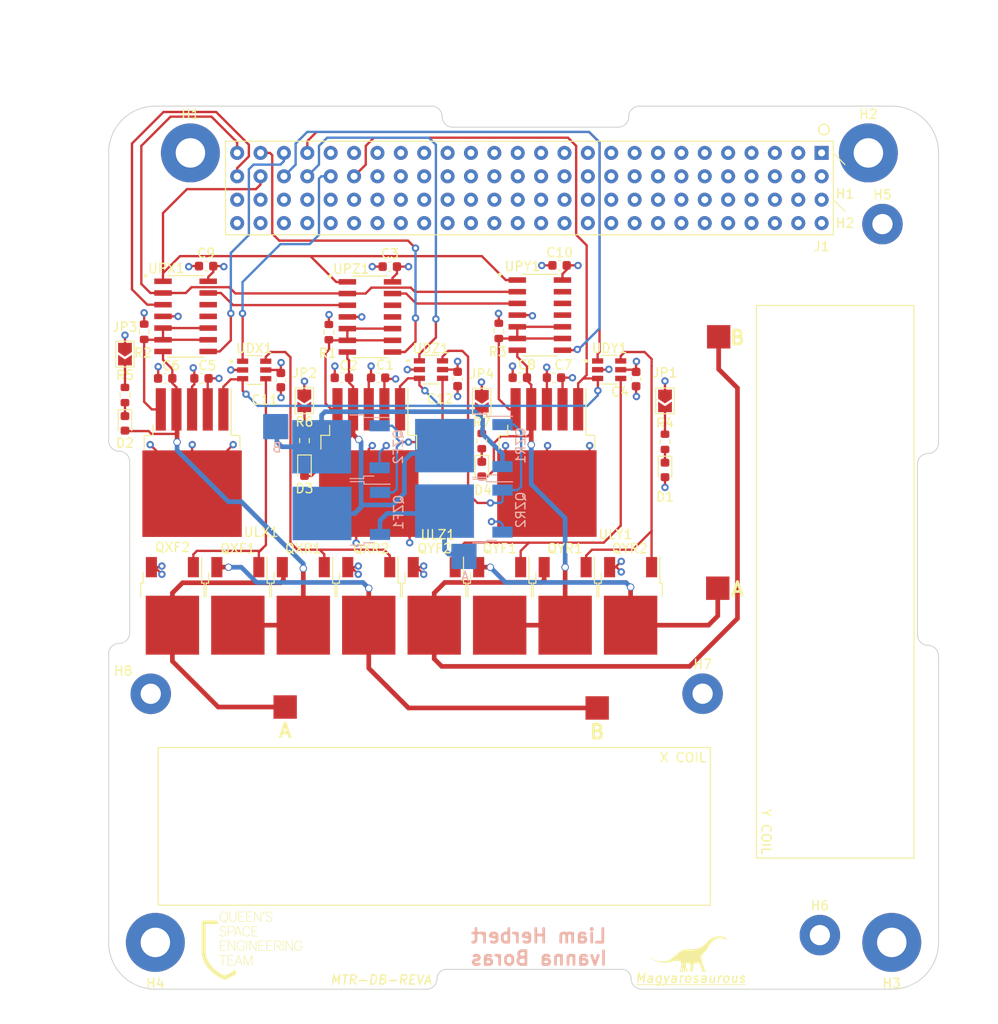
<source format=kicad_pcb>
(kicad_pcb (version 20211014) (generator pcbnew)
  (layers (0 "F.Cu" signal) (1 "In1.Cu" signal "GND.Cu") (2 "In2.Cu" signal "5V.Cu") (31 "B.Cu" signal) (34 "B.Paste" user) (35 "F.Paste" user) (36 "B.SilkS" user "B.Silkscreen") (37 "F.SilkS" user "F.Silkscreen") (38 "B.Mask" user) (39 "F.Mask" user) (44 "Edge.Cuts" user))
  (net 0 "")
  (net 85 "5V")
  (net 86 "GND")
  (net 87 "X_VCOIL")
  (net 88 "Y_VCOIL")
  (net 89 "Z_VCOIL")
  (net 90 "X_COIL_A")
  (net 91 "X_FWD")
  (net 92 "X_COIL_B")
  (net 93 "X_REV")
  (net 94 "Y_COIL_A")
  (net 95 "Y_FWD")
  (net 96 "Y_COIL_B")
  (net 97 "Y_REV")
  (net 98 "Z_COIL_A")
  (net 99 "Z_FWD")
  (net 100 "Z_COIL_B")
  (net 101 "Z_REV")
  (net 102 "X_VADJ")
  (net 103 "Y_VADJ")
  (net 104 "Z_VADJ")
  (net 105 "X_S")
  (net 106 "Enable")
  (net 107 "Y_S")
  (net 108 "Z_S")
  (net 109 "SS")
  (net 110 "SCK")
  (net 111 "SPI")
  (net 112 "X_VCON")
  (net 115 "X_SO")
  (net 116 "Y_VCON")
  (net 117 "Z_VCON")
  (net 126 "Z_SO")
  (net 130 "Net-(D1-Pad1)")
  (net 131 "Net-(D2-Pad1)")
  (net 132 "Net-(D3-Pad1)")
  (net 133 "Net-(D4-Pad1)")
  (net 134 "Net-(R4-Pad2)")
  (net 135 "Net-(R6-Pad2)")
  (net 136 "Net-(R5-Pad2)")
  (net 137 "Net-(R7-Pad2)")
  (footprint "LED_SMD:LED_0603_1608Metric" (layer "F.Cu") (at 169.672 86.487 -90)
    (fp_text reference "D1")
    (fp_text value "ORANGE")
  )
  (footprint "LED_SMD:LED_0603_1608Metric" (layer "F.Cu") (at 110.998 81.4325 -90)
    (fp_text reference "D2")
    (fp_text value "ORANGE")
  )
  (footprint "SN74LVC1G18DBVR:SOT95P280X145-6N" (layer "F.Cu") (at 125.041 75.638)
    (fp_text reference "UDX1")
    (fp_text value "SN74LVC1G18DBVR")
  )
  (footprint "Capacitor_SMD:C_0603_1608Metric" (layer "F.Cu") (at 119.307 76.55 180)
    (fp_text reference "C5")
    (fp_text value "0.1u")
  )
  (footprint "Capacitor_SMD:C_0603_1608Metric" (layer "F.Cu") (at 166.53 76.625 -90)
    (fp_text reference "C4")
    (fp_text value "0.1u")
  )
  (footprint "Package_TO_SOT_SMD:TO-252-2" (layer "F.Cu") (at 165.935 101.25 -90)
    (fp_text reference "QYR2")
    (fp_text value "IRLR120N")
  )
  (footprint "MountingHole:MountingHole_3.2mm_M3_Pad_TopBottom" (layer "F.Cu") (at 191.77 52.07)
    (fp_text reference "H2")
    (fp_text value "MountingHole_Pad")
  )
  (footprint "Package_TO_SOT_SMD:TO-252-2" (layer "F.Cu") (at 116.151 101.25 -90)
    (fp_text reference "QXF2")
    (fp_text value "IRLR120N")
  )
  (footprint "Package_TO_SOT_SMD:TO-263-5_TabPin3" (layer "F.Cu") (at 118.291 85.694 -90)
    (fp_text reference "ULX1")
    (fp_text value "MIC29302WU")
  )
  (footprint "Jumper:SolderJumper-2_P1.3mm_Open_TrianglePad1.0x1.5mm" (layer "F.Cu") (at 149.766 79.037 -90)
    (fp_text reference "JP4")
    (fp_text value "SolderJumper_2_Open")
  )
  (footprint "MountingHole:MountingHole_2.2mm_M2_Pad_TopBottom" (layer "F.Cu") (at 113.8 110.8)
    (fp_text reference "H8")
    (fp_text value "MountingHole_Pad")
  )
  (footprint "Package_TO_SOT_SMD:TO-252-2" (layer "F.Cu") (at 151.711 101.25 -90)
    (fp_text reference "QYF1")
    (fp_text value "IRLR120N")
  )
  (footprint "MountingHole:MountingHole_2.2mm_M2_Pad_TopBottom" (layer "F.Cu") (at 173.76 110.79)
    (fp_text reference "H7")
    (fp_text value "MountingHole_Pad")
  )
  (footprint "Resistor_SMD:R_0603_1608Metric" (layer "F.Cu") (at 133.15 71.525 -90)
    (fp_text reference "R1")
    (fp_text value "100k")
  )
  (footprint "MountingHole:MountingHole_3.2mm_M3_Pad_TopBottom" (layer "F.Cu") (at 118.11 52.07)
    (fp_text reference "H1")
    (fp_text value "MountingHole_Pad")
  )
  (footprint "SN74LVC1G18DBVR:SOT95P280X145-6N" (layer "F.Cu") (at 144.2465 75.596)
    (fp_text reference "UDZ1")
    (fp_text value "SN74LVC1G18DBVR")
  )
  (footprint "Package_TO_SOT_SMD:TO-252-2" (layer "F.Cu") (at 123.263 101.25 -90)
    (fp_text reference "QXF1")
    (fp_text value "IRLR120N")
  )
  (footprint "Capacitor_SMD:C_0603_1608Metric" (layer "F.Cu") (at 127.9335 76.739 -90)
    (fp_text reference "C11")
    (fp_text value "0.1u")
  )
  (footprint "Package_TO_SOT_SMD:TO-252-2" (layer "F.Cu") (at 158.823 101.25 -90)
    (fp_text reference "QYR1")
    (fp_text value "IRLR120N")
  )
  (footprint "Package_TO_SOT_SMD:TO-252-2" (layer "F.Cu") (at 130.375 101.25 -90)
    (fp_text reference "QXR1")
    (fp_text value "IRLR120N")
  )
  (footprint "MountingHole:MountingHole_2.2mm_M2_Pad_TopBottom" (layer "F.Cu") (at 193.3 59.8)
    (fp_text reference "H5")
    (fp_text value "MountingHole_Pad")
  )
  (footprint "MountingHole:MountingHole_3.2mm_M3_Pad_TopBottom" (layer "F.Cu") (at 114.3 137.795)
    (fp_text reference "H4")
    (fp_text value "MountingHole_Pad")
  )
  (footprint "Package_TO_SOT_SMD:TO-263-5_TabPin3" (layer "F.Cu") (at 156.84 85.683 -90)
    (fp_text reference "ULY1")
    (fp_text value "MIC29302WU")
  )
  (footprint "Capacitor_SMD:C_0603_1608Metric" (layer "F.Cu") (at 153.9 76.473 180)
    (fp_text reference "C8")
    (fp_text value "10u")
  )
  (footprint "MCP42010-E_SL:SOIC127P600X175-14N" (layer "F.Cu") (at 137.614 69.879)
    (fp_text reference "UPZ1")
    (fp_text value "MCP42010")
  )
  (footprint "Capacitor_SMD:C_0603_1608Metric" (layer "F.Cu") (at 119.815 64.358 180)
    (fp_text reference "C9")
    (fp_text value "0.1u")
  )
  (footprint "CoilFootprints:Front Coils Mount" (layer "F.Cu") (at 196.605 63.635 180)
    (fp_text reference "U1")
    (fp_text value "X/Y_Coils")
  )
  (footprint "Package_TO_SOT_SMD:TO-252-2" (layer "F.Cu") (at 137.487 101.25 -90)
    (fp_text reference "QXR2")
    (fp_text value "IRLR120N")
  )
  (footprint "MCP42010-E_SL:SOIC127P600X175-14N" (layer "F.Cu") (at 156.078 69.681)
    (fp_text reference "UPY1")
    (fp_text value "MCP42010")
  )
  (footprint "Capacitor_SMD:C_0603_1608Metric" (layer "F.Cu") (at 115.37 76.55 180)
    (fp_text reference "C6")
    (fp_text value "10u")
  )
  (footprint "Jumper:SolderJumper-2_P1.3mm_Open_TrianglePad1.0x1.5mm" (layer "F.Cu") (at 110.998 73.914 -90)
    (fp_text reference "JP3")
    (fp_text value "SolderJumper_2_Open")
  )
  (footprint "Capacitor_SMD:C_0603_1608Metric" (layer "F.Cu") (at 139.773 64.413 180)
    (fp_text reference "C3")
    (fp_text value "0.1u")
  )
  (footprint "pc104-connector:pc104-connector" (layer "F.Cu") (at 156.21 54.61 -90)
    (fp_text reference "J1")
    (fp_text value "PC104_Connector")
  )
  (footprint "Resistor_SMD:R_0603_1608Metric" (layer "F.Cu") (at 151.614 71.393 -90)
    (fp_text reference "R3")
    (fp_text value "100k")
  )
  (footprint "LED_SMD:LED_0603_1608Metric" (layer "F.Cu") (at 130.502 86.354 -90)
    (fp_text reference "D3")
    (fp_text value "ORANGE")
  )
  (footprint "Capacitor_SMD:C_0603_1608Metric" (layer "F.Cu") (at 158.218 64.281 180)
    (fp_text reference "C10")
    (fp_text value "0.1u")
  )
  (footprint "Capacitor_SMD:C_0603_1608Metric" (layer "F.Cu") (at 157.612 76.473 180)
    (fp_text reference "C7")
    (fp_text value "0.1u")
  )
  (footprint "Jumper:SolderJumper-2_P1.3mm_Open_TrianglePad1.0x1.5mm" (layer "F.Cu") (at 169.672 78.994 -90)
    (fp_text reference "JP1")
    (fp_text value "SolderJumper_2_Open")
  )
  (footprint "Jumper:SolderJumper-2_P1.3mm_Open_TrianglePad1.0x1.5mm" (layer "F.Cu") (at 130.483 78.988 -90)
    (fp_text reference "JP2")
    (fp_text value "SolderJumper_2_Open")
  )
  (footprint "LED_SMD:LED_0603_1608Metric" (layer "F.Cu") (at 149.766 86.403 -90)
    (fp_text reference "D4")
    (fp_text value "ORANGE")
  )
  (footprint "MountingHole:MountingHole_3.2mm_M3_Pad_TopBottom" (layer "F.Cu") (at 194.31 137.795)
    (fp_text reference "H3")
    (fp_text value "MountingHole_Pad")
  )
  (footprint "Resistor_SMD:R_0603_1608Metric" (layer "F.Cu") (at 149.766 83.355 90)
    (fp_text reference "R7")
    (fp_text value "2k2")
  )
  (footprint "Capacitor_SMD:C_0603_1608Metric" (layer "F.Cu") (at 138.503 76.485 180)
    (fp_text reference "C1")
    (fp_text value "0.1u")
  )
  (footprint "Package_TO_SOT_SMD:TO-252-2" (layer "F.Cu") (at 144.599 101.25 -90)
    (fp_text reference "QYF2")
    (fp_text value "IRLR120N")
  )
  (footprint "Resistor_SMD:R_0603_1608Metric" (layer "F.Cu") (at 113.084 71.489 -90)
    (fp_text reference "R2")
    (fp_text value "100k")
  )
  (footprint "MountingHole:MountingHole_2.2mm_M2_Pad_TopBottom" (layer "F.Cu") (at 186.5 137)
    (fp_text reference "H6")
    (fp_text value "MountingHole_Pad")
  )
  (footprint "Resistor_SMD:R_0603_1608Metric" (layer "F.Cu") (at 110.998 78.359 90)
    (fp_text reference "R5")
    (fp_text value "2k2")
  )
  (footprint "SN74LVC1G18DBVR:SOT95P280X145-6N" (layer "F.Cu") (at 163.609 75.608)
    (fp_text reference "UDY1")
    (fp_text value "SN74LVC1G18DBVR")
  )
  (footprint "Capacitor_SMD:C_0603_1608Metric" (layer "F.Cu") (at 147.139 76.612 -90)
    (fp_text reference "C12")
    (fp_text value "0.1u")
  )
  (footprint "LOGO" (layer "F.Cu") (at 124.841 138.049)
    (fp_text reference "G***")
    (fp_text value "LOGO" hide)
  )
  (footprint "Resistor_SMD:R_0603_1608Metric" (layer "F.Cu") (at 169.672 83.439 90)
    (fp_text reference "R4")
    (fp_text value "2k2")
  )
  (footprint "Package_TO_SOT_SMD:TO-263-5_TabPin3" (layer "F.Cu") (at 137.487 85.683 -90)
    (fp_text reference "ULZ1")
    (fp_text value "MIC29302WU")
  )
  (footprint "Capacitor_SMD:C_0603_1608Metric" (layer "F.Cu") (at 134.566 76.485 180)
    (fp_text reference "C2")
    (fp_text value "10u")
  )
  (footprint "MCP42010-E_SL:SOIC127P600X175-14N" (layer "F.Cu") (at 117.5855 69.819)
    (fp_text reference "UPX1")
    (fp_text value "MCP42010")
  )
  (footprint "LOGO" (layer "F.Cu") (at 171.956441 139.107345)
    (fp_text reference "G***")
    (fp_text value "LOGO" hide)
  )
  (footprint "Resistor_SMD:R_0603_1608Metric" (layer "F.Cu") (at 130.502 83.306 90)
    (fp_text reference "R6")
    (fp_text value "2k2")
  )
  (footprint "Package_TO_SOT_SMD:TO-252-2" (layer "B.Cu") (at 134.507 91.217 180)
    (fp_text reference "QZF1")
    (fp_text value "IRLR120N")
  )
  (footprint "Package_TO_SOT_SMD:TO-252-2" (layer "B.Cu") (at 147.818 90.962 180)
    (fp_text reference "QZR2")
    (fp_text value "IRLR120N")
  )
  (footprint "Package_TO_SOT_SMD:TO-252-2" (layer "B.Cu") (at 147.818 83.85 180)
    (fp_text reference "QZR1")
    (fp_text value "IRLR120N")
  )
  (footprint "Package_TO_SOT_SMD:TO-252-2" (layer "B.Cu") (at 134.463 83.977 180)
    (fp_text reference "QZF2")
    (fp_text value "IRLR120N")
  )
  (gr_poly (pts (xy 128.651 83.058) (xy 126.111 83.058) (xy 126.111 80.518) (xy 128.651 80.518)) (layer "B.Cu") (width 0.2) (fill solid))
  (gr_poly (pts (xy 149.098 97.155) (xy 146.558 97.155) (xy 146.558 94.615) (xy 149.098 94.615)) (layer "B.Cu") (width 0.2) (fill solid))
  (gr_circle (center 186.944 49.53) (end 187.452 49.276) (layer "F.SilkS") (width 0.15) (fill none))
  (gr_line (start 166.566 142.367) (end 178.366 142.367) (layer "F.SilkS") (width 0.08))
  (gr_arc (start 109.22 52.07) (mid 110.707898 48.477898) (end 114.3 46.99) (layer "Edge.Cuts") (width 0.1))
  (gr_arc (start 144.318223 46.99) (mid 145.126446 47.324777) (end 145.461223 48.133) (layer "Edge.Cuts") (width 0.1))
  (gr_line (start 199.39 83.566) (end 199.39 52.07) (layer "Edge.Cuts") (width 0.1))
  (gr_arc (start 110.363 84.455) (mid 111.171223 84.789777) (end 111.506 85.598) (layer "Edge.Cuts") (width 0.1))
  (gr_arc (start 109.22 106.472223) (mid 109.554777 105.664) (end 110.363 105.329223) (layer "Edge.Cuts") (width 0.1))
  (gr_line (start 146.604223 49.276) (end 164.592 49.276) (layer "Edge.Cuts") (width 0.1))
  (gr_arc (start 199.39 137.795) (mid 197.902102 141.387102) (end 194.31 142.875) (layer "Edge.Cuts") (width 0.1))
  (gr_arc (start 199.39 83.566) (mid 199.055223 84.374223) (end 198.247 84.709) (layer "Edge.Cuts") (width 0.1))
  (gr_line (start 114.3 46.99) (end 144.318223 46.99) (layer "Edge.Cuts") (width 0.1))
  (gr_line (start 109.22 106.472223) (end 109.22 137.795) (layer "Edge.Cuts") (width 0.1))
  (gr_arc (start 165.735 48.133) (mid 165.400223 48.941223) (end 164.592 49.276) (layer "Edge.Cuts") (width 0.1))
  (gr_arc (start 197.104 85.852) (mid 197.438777 85.043777) (end 198.247 84.709) (layer "Edge.Cuts") (width 0.1))
  (gr_arc (start 165.735 48.133) (mid 166.069777 47.324777) (end 166.878 46.99) (layer "Edge.Cuts") (width 0.1))
  (gr_line (start 166.878 46.99) (end 194.31 46.99) (layer "Edge.Cuts") (width 0.1))
  (gr_arc (start 167.132 142.875) (mid 166.323777 142.540223) (end 165.989 141.732) (layer "Edge.Cuts") (width 0.1))
  (gr_arc (start 198.248223 105.534777) (mid 197.439849 105.201365) (end 197.104 104.394) (layer "Edge.Cuts") (width 0.1))
  (gr_line (start 167.132 142.875) (end 194.31 142.875) (layer "Edge.Cuts") (width 0.1))
  (gr_line (start 197.104 104.394) (end 197.104 85.852) (layer "Edge.Cuts") (width 0.1))
  (gr_line (start 199.39 137.795) (end 199.39 106.68) (layer "Edge.Cuts") (width 0.1))
  (gr_line (start 114.3 142.875) (end 143.764 142.875) (layer "Edge.Cuts") (width 0.1))
  (gr_line (start 145.923 140.716) (end 164.973 140.716) (layer "Edge.Cuts") (width 0.1))
  (gr_arc (start 144.907 141.732) (mid 145.20458 141.01358) (end 145.923 140.716) (layer "Edge.Cuts") (width 0.1))
  (gr_arc (start 164.973 140.716) (mid 165.69142 141.01358) (end 165.989 141.732) (layer "Edge.Cuts") (width 0.1))
  (gr_arc (start 144.907 141.732) (mid 144.572223 142.540223) (end 143.764 142.875) (layer "Edge.Cuts") (width 0.1))
  (gr_arc (start 198.247 105.537) (mid 199.055223 105.871777) (end 199.39 106.68) (layer "Edge.Cuts") (width 0.1))
  (gr_arc (start 146.604223 49.276) (mid 145.796 48.941223) (end 145.461223 48.133) (layer "Edge.Cuts") (width 0.1))
  (gr_line (start 111.506 85.598) (end 111.506 104.186223) (layer "Edge.Cuts") (width 0.1))
  (gr_arc (start 111.506 104.186223) (mid 111.171223 104.994446) (end 110.363 105.329223) (layer "Edge.Cuts") (width 0.1))
  (gr_line (start 109.22 52.07) (end 109.22 83.312) (layer "Edge.Cuts") (width 0.1))
  (gr_arc (start 114.3 142.875) (mid 110.707898 141.387102) (end 109.22 137.795) (layer "Edge.Cuts") (width 0.1))
  (gr_arc (start 194.31 46.99) (mid 197.902102 48.477898) (end 199.39 52.07) (layer "Edge.Cuts") (width 0.1))
  (gr_arc (start 110.363 84.455) (mid 109.554777 84.120223) (end 109.22 83.312) (layer "Edge.Cuts") (width 0.1))
  (gr_text "Liam Herbert\nIvanna Boras\n" (at 155.956 138.303) (layer "B.SilkS") (effects (font (size 1.5 1.5) (thickness 0.3)) (justify mirror)))
  (gr_text "A" (at 147.955 98.044) (layer "B.SilkS") (effects (font (size 1 1)) (justify mirror)))
  (gr_text "B" (at 127.508 84.074) (layer "B.SilkS") (effects (font (size 1 1)) (justify mirror)))
  (gr_text "Magyarosaurous\n" (at 166.366 141.667) (layer "F.SilkS") (effects (font (size 1 1) (thickness 0.15) italic) (justify left)))
  (gr_text "A" (at 128.397 114.808) (layer "F.SilkS") (effects (font (size 1.5 1.5) (thickness 0.3))))
  (gr_text "MTR-DB-REVA" (at 133.223 141.859) (layer "F.SilkS") (effects (font (size 1 1) (thickness 0.15) italic) (justify left)))
  (gr_text "B" (at 177.546 72.136) (layer "F.SilkS") (effects (font (size 1.5 1.5) (thickness 0.3))))
  (gr_text "A" (at 177.546 99.441) (layer "F.SilkS") (effects (font (size 1.5 1.5) (thickness 0.3))))
  (gr_text "B" (at 162.306 114.935) (layer "F.SilkS") (effects (font (size 1.5 1.5) (thickness 0.3))))
  (segment (start 158.993 64.281) (end 158.993 64.758) (width 0.254) (layer "F.Cu") (net 85))
  (segment (start 158.315 76.545) (end 158.387 76.473) (width 0.254) (layer "F.Cu") (net 85))
  (segment (start 127.9205 75.638) (end 127.9335 75.651) (width 0.254) (layer "F.Cu") (net 85))
  (segment (start 169.672 87.2745) (end 169.672 88.392) (width 0.254) (layer "F.Cu") (net 85))
  (segment (start 126.296 75.638) (end 127.9205 75.638) (width 0.254) (layer "F.Cu") (net 85))
  (segment (start 139.187 76.696) (end 139.187 79.908) (width 0.254) (layer "F.Cu") (net 85))
  (segment (start 145.5015 75.596) (end 147.126 75.596) (width 0.254) (layer "F.Cu") (net 85))
  (segment (start 120.596 64.364) (end 120.59 64.358) (width 0.254) (layer "F.Cu") (net 85))
  (segment (start 147.139 75.837) (end 147.139 74.707) (width 0.254) (layer "F.Cu") (net 85))
  (segment (start 120.0405 65.547) (end 120.596 64.9915) (width 0.254) (layer "F.Cu") (net 85))
  (segment (start 121.677 64.358) (end 121.739 64.42) (width 0.254) (layer "F.Cu") (net 85))
  (segment (start 127.9335 75.964) (end 127.9335 74.8625) (width 0.254) (layer "F.Cu") (net 85))
  (segment (start 166.53 75.85) (end 166.53 74.747) (width 0.254) (layer "F.Cu") (net 85))
  (segment (start 127.9335 74.8625) (end 127.962 74.834) (width 0.254) (layer "F.Cu") (net 85))
  (segment (start 147.126 75.596) (end 147.139 75.609) (width 0.254) (layer "F.Cu") (net 85))
  (segment (start 140.401 76.605) (end 140.408 76.612) (width 0.254) (layer "F.Cu") (net 85))
  (segment (start 158.387 76.473) (end 159.602 76.473) (width 0.254) (layer "F.Cu") (net 85))
  (segment (start 158.54 79.908) (end 158.54 76.545) (width 0.254) (layer "F.Cu") (net 85))
  (segment (start 120.59 64.358) (end 121.677 64.358) (width 0.254) (layer "F.Cu") (net 85))
  (segment (start 120.596 64.9915) (end 120.596 64.364) (width 0.254) (layer "F.Cu") (net 85))
  (segment (start 164.864 75.608) (end 166.288 75.608) (width 0.254) (layer "F.Cu") (net 85))
  (segment (start 158.993 64.281) (end 160.208 64.281) (width 0.254) (layer "F.Cu") (net 85))
  (segment (start 158.993 64.758) (end 158.533 65.218) (width 0.254) (layer "F.Cu") (net 85))
  (segment (start 119.991 76.586) (end 119.991 79.919) (width 0.254) (layer "F.Cu") (net 85))
  (segment (start 140.069 65.648) (end 140.069 66.069) (width 0.254) (layer "F.Cu") (net 85))
  (segment (start 140.548 64.413) (end 141.798 64.413) (width 0.254) (layer "F.Cu") (net 85))
  (segment (start 158.533 65.218) (end 158.533 65.871) (width 0.254) (layer "F.Cu") (net 85))
  (segment (start 120.082 76.55) (end 120.118 76.586) (width 0.254) (layer "F.Cu") (net 85))
  (segment (start 166.53 74.747) (end 166.57 74.707) (width 0.254) (layer "F.Cu") (net 85))
  (segment (start 159.602 76.473) (end 159.614 76.485) (width 0.254) (layer "F.Cu") (net 85))
  (segment (start 140.548 64.413) (end 140.548 65.169) (width 0.254) (layer "F.Cu") (net 85))
  (segment (start 166.288 75.608) (end 166.53 75.85) (width 0.254) (layer "F.Cu") (net 85))
  (segment (start 120.082 76.55) (end 121.212 76.55) (width 0.254) (layer "F.Cu") (net 85))
  (segment (start 160.208 64.281) (end 160.22 64.293) (width 0.254) (layer "F.Cu") (net 85))
  (segment (start 140.548 65.169) (end 140.069 65.648) (width 0.254) (layer "F.Cu") (net 85))
  (segment (start 141.798 64.413) (end 141.805 64.42) (width 0.254) (layer "F.Cu") (net 85))
  (segment (start 139.278 76.605) (end 139.187 76.696) (width 0.254) (layer "F.Cu") (net 85))
  (segment (start 120.0405 66.009) (end 120.0405 65.547) (width 0.254) (layer "F.Cu") (net 85))
  (segment (start 139.278 76.605) (end 140.401 76.605) (width 0.254) (layer "F.Cu") (net 85))
  (via (at 169.672 88.392) (size 0.8) (drill 0.4) (layers "F.Cu" "B.Cu") (net 85))
  (via (at 160.22 64.293) (size 0.8) (drill 0.4) (layers "F.Cu" "B.Cu") (net 85))
  (via (at 121.212 76.55) (size 0.8) (drill 0.4) (layers "F.Cu" "B.Cu") (net 85))
  (via (at 127.962 74.834) (size 0.8) (drill 0.4) (layers "F.Cu" "B.Cu") (net 85))
  (via (at 166.57 74.707) (size 0.8) (drill 0.4) (layers "F.Cu" "B.Cu") (net 85))
  (via (at 141.805 64.42) (size 0.8) (drill 0.4) (layers "F.Cu" "B.Cu") (net 85))
  (via (at 159.614 76.485) (size 0.8) (drill 0.4) (layers "F.Cu" "B.Cu") (net 85))
  (via (at 121.739 64.42) (size 0.8) (drill 0.4) (layers "F.Cu" "B.Cu") (net 85))
  (via (at 140.408 76.612) (size 0.8) (drill 0.4) (layers "F.Cu" "B.Cu") (net 85))
  (via (at 147.139 74.707) (size 0.8) (drill 0.4) (layers "F.Cu" "B.Cu") (net 85))
  (segment (start 156.615 76.695) (end 156.837 76.473) (width 0.254) (layer "F.Cu") (net 86))
  (segment (start 135.159 69.879) (end 136.723 69.879) (width 0.254) (layer "F.Cu") (net 86))
  (segment (start 114.237 97.05) (end 113.871 97.05) (width 0.254) (layer "F.Cu") (net 86))
  (segment (start 137.728 75.228) (end 137.728 76.605) (width 0.254) (layer "F.Cu") (net 86))
  (segment (start 155.194 69.681) (end 155.267 69.754) (width 0.254) (layer "F.Cu") (net 86))
  (segment (start 137.741 75.215) (end 137.728 75.228) (width 0.254) (layer "F.Cu") (net 86))
  (segment (start 137.728 76.605) (end 137.487 76.846) (width 0.254) (layer "F.Cu") (net 86))
  (segment (start 156.295 64.281) (end 156.283 64.293) (width 0.254) (layer "F.Cu") (net 86))
  (segment (start 114.608 75.28) (end 114.608 76.537) (width 0.254) (layer "F.Cu") (net 86))
  (segment (start 161.49 84.408) (end 161.49 83.851) (width 0.254) (layer "F.Cu") (net 86))
  (segment (start 157.443 64.281) (end 156.295 64.281) (width 0.254) (layer "F.Cu") (net 86))
  (segment (start 118.291 89.069) (end 118.291 88.3) (width 0.254) (layer "F.Cu") (net 86))
  (segment (start 156.84 89.058) (end 152.346 84.564) (width 0.254) (layer "F.Cu") (net 86))
  (segment (start 137.487 76.846) (end 137.487 79.908) (width 0.254) (layer "F.Cu") (net 86))
  (segment (start 156.84 89.058) (end 161.49 84.408) (width 0.254) (layer "F.Cu") (net 86))
  (segment (start 142.9915 75.596) (end 141.678 75.596) (width 0.254) (layer "F.Cu") (net 86))
  (segment (start 115.008 97.821) (end 114.237 97.05) (width 0.254) (layer "F.Cu") (net 86))
  (segment (start 143.338 97.05) (end 142.319 97.05) (width 0.254) (layer "F.Cu") (net 86))
  (segment (start 136.226 97.05) (end 135.207 97.05) (width 0.254) (layer "F.Cu") (net 86))
  (segment (start 118.291 79.919) (end 118.291 77.439) (width 0.254) (layer "F.Cu") (net 86))
  (segment (start 133.15 70.7) (end 133.15 69.646) (width 0.254) (layer "F.Cu") (net 86))
  (segment (start 123.786 75.638) (end 122.501 75.638) (width 0.254) (layer "F.Cu") (net 86))
  (segment (start 137.487 89.058) (end 132.915 84.486) (width 0.254) (layer "F.Cu") (net 86))
  (segment (start 153.125 76.473) (end 153.125 75.232) (width 0.254) (layer "F.Cu") (net 86))
  (segment (start 156.84 79.908) (end 156.84 76.695) (width 0.254) (layer "F.Cu") (net 86))
  (segment (start 117.991 64.358) (end 117.929 64.42) (width 0.254) (layer "F.Cu") (net 86))
  (segment (start 136.119827 90.425173) (end 136.119827 94.4275) (width 0.254) (layer "F.Cu") (net 86))
  (segment (start 118.418 75.407) (end 118.532 75.521) (width 0.254) (layer "F.Cu") (net 86))
  (segment (start 142.685 97.05) (end 142.319 97.05) (width 0.254) (layer "F.Cu") (net 86))
  (segment (start 141.678 93.503) (end 141.932 93.757) (width 0.254) (layer "F.Cu") (net 86))
  (segment (start 147.139 77.387) (end 147.139 78.517) (width 0.254) (layer "F.Cu") (net 86))
  (segment (start 137.875 64.413) (end 137.868 64.42) (width 0.254) (layer "F.Cu") (net 86))
  (segment (start 136.344 97.821) (end 135.573 97.05) (width 0.254) (layer "F.Cu") (net 86))
  (segment (start 118.291 89.069) (end 118.291 88.211) (width 0.254) (layer "F.Cu") (net 86))
  (segment (start 163.655 97.05) (end 164.402 97.05) (width 0.254) (layer "F.Cu") (net 86))
  (segment (start 153.125 75.232) (end 153.108 75.215) (width 0.254) (layer "F.Cu") (net 86))
  (segment (start 137.487 89.312) (end 141.678 93.503) (width 0.254) (layer "F.Cu") (net 86))
  (segment (start 163.655 97.05) (end 164.293 97.05) (width 0.254) (layer "F.Cu") (net 86))
  (segment (start 143.456 97.821) (end 142.685 97.05) (width 0.254) (layer "F.Cu") (net 86))
  (segment (start 136.723 69.879) (end 136.725 69.881) (width 0.254) (layer "F.Cu") (net 86))
  (segment (start 137.487 89.058) (end 136.119827 90.425173) (width 0.254) (layer "F.Cu") (net 86))
  (segment (start 114.608 76.537) (end 114.595 76.55) (width 0.254) (layer "F.Cu") (net 86))
  (segment (start 133.804 75.215) (end 133.791 75.228) (width 0.254) (layer "F.Cu") (net 86))
  (segment (start 130.483 76.885) (end 130.502 76.866) (width 0.254) (layer "F.Cu") (net 86))
  (segment (start 143.456 96.932) (end 143.338 97.05) (width 0.254) (layer "F.Cu") (net 86))
  (segment (start 118.532 75.521) (end 118.532 76.55) (width 0.254) (layer "F.Cu") (net 86))
  (segment (start 136.344 96.932) (end 136.226 97.05) (width 0.254) (layer "F.Cu") (net 86))
  (segment (start 149.766 78.312) (end 149.766 76.989) (width 0.254) (layer "F.Cu") (net 86))
  (segment (start 166.53 77.4) (end 166.53 78.477) (width 0.254) (layer "F.Cu") (net 86))
  (segment (start 156.84 83.929) (end 156.918 83.851) (width 0.254) (layer "F.Cu") (net 86))
  (segment (start 118.291 89.069) (end 118.291 83.766) (width 0.254) (layer "F.Cu") (net 86))
  (segment (start 166.53 78.477) (end 166.57 78.517) (width 0.254) (layer "F.Cu") (net 86))
  (segment (start 137.487 89.058) (end 141.932 84.613) (width 0.254) (layer "F.Cu") (net 86))
  (segment (start 118.545 76.563) (end 118.532 76.55) (width 0.254) (layer "F.Cu") (net 86))
  (segment (start 127.9335 78.6155) (end 127.962 78.644) (width 0.254) (layer "F.Cu") (net 86))
  (segment (start 133.15 69.646) (end 133.169 69.627) (width 0.254) (layer "F.Cu") (net 86))
  (segment (start 164.402 97.05) (end 164.919 97.567) (width 0.254) (layer "F.Cu") (net 86))
  (segment (start 163.533 75.608) (end 163.576 75.565) (width 0.254) (layer "F.Cu") (net 86))
  (segment (start 156.837 76.473) (end 156.837 75.359) (width 0.254) (layer "F.Cu") (net 86))
  (segment (start 113.084 70.518) (end 113.084 69.565) (width 0.254) (layer "F.Cu") (net 86))
  (segment (start 137.487 89.058) (end 137.487 89.312) (width 0.254) (layer "F.Cu") (net 86))
  (segment (start 149.766 76.989) (end 149.728 76.951) (width 0.254) (layer "F.Cu") (net 86))
  (segment (start 118.291 83.766) (end 118.31 83.747) (width 0.254) (layer "F.Cu") (net 86))
  (segment (start 156.84 89.058) (end 156.84 83.929) (width 0.254) (layer "F.Cu") (net 86))
  (segment (start 118.291 88.3) (end 113.738 83.747) (width 0.254) (layer "F.Cu") (net 86))
  (segment (start 141.932 93.757) (end 141.932 94.392) (width 0.254) (layer "F.Cu") (net 86))
  (segment (start 115.008 96.932) (end 114.89 97.05) (width 0.254) (layer "F.Cu") (net 86))
  (segment (start 162.354 75.608) (end 163.533 75.608) (width 0.254) (layer "F.Cu") (net 86))
  (segment (start 164.293 97.05) (end 164.919 96.424) (width 0.254) (layer "F.Cu") (net 86))
  (segment (start 118.291 88.211) (end 122.755 83.747) (width 0.254) (layer "F.Cu") (net 86))
  (segment (start 138.998 64.413) (end 137.875 64.413) (width 0.254) (layer "F.Cu") (net 86))
  (segment (start 169.672 78.269) (end 169.672 76.835) (width 0.254) (layer "F.Cu") (net 86))
  (segment (start 118.532 76.55) (end 118.418 76.664) (width 0.254) (layer "F.Cu") (net 86))
  (segment (start 118.291 77.439) (end 118.545 77.185) (width 0.254) (layer "F.Cu") (net 86))
  (segment (start 110.998 73.189) (end 110.998 71.859) (width 0.254) (layer "F.Cu") (net 86))
  (segment (start 130.483 78.263) (end 130.483 76.885) (width 0.254) (layer "F.Cu") (net 86))
  (segment (start 151.614 69.53) (end 151.584 69.5) (width 0.254) (layer "F.Cu") (net 86))
  (segment (start 115.1305 69.819) (end 116.767 69.819) (width 0.254) (layer "F.Cu") (net 86))
  (segment (start 152.346 84.564) (end 152.346 83.851) (width 0.254) (layer "F.Cu") (net 86))
  (segment (start 114.89 97.05) (end 113.871 97.05) (width 0.254) (layer "F.Cu") (net 86))
  (segment (start 151.614 70.568) (end 151.614 69.53) (width 0.254) (layer "F.Cu") (net 86))
  (segment (start 137.487 89.058) (end 137.487 84.232) (width 0.254) (layer "F.Cu") (net 86))
  (segment (start 133.791 75.228) (end 133.791 76.605) (width 0.254) (layer "F.Cu") (net 86))
  (segment (start 137.487 84.232) (end 137.868 83.851) (width 0.254) (layer "F.Cu") (net 86))
  (segment (start 135.573 97.05) (end 135.207 97.05) (width 0.254) (layer "F.Cu") (net 86))
  (segment (start 118.545 77.185) (end 118.545 76.563) (width 0.254) (layer "F.Cu") (net 86))
  (segment (start 156.837 75.359) (end 156.82 75.342) (width 0.254) (layer "F.Cu") (net 86))
  (segment (start 127.9335 77.514) (end 127.9335 78.6155) (width 0.254) (layer "F.Cu") (net 86))
  (segment (start 153.623 69.681) (end 155.194 69.681) (width 0.254) (layer "F.Cu") (net 86))
  (segment (start 119.04 64.358) (end 117.991 64.358) (width 0.254) (layer "F.Cu") (net 86))
  (segment (start 113.084 69.565) (end 113.084 69.438) (width 0.254) (layer "F.Cu") (net 86))
  (via (at 113.738 83.747) (size 0.8) (drill 0.4) (layers "F.Cu" "B.Cu") (net 86))
  (via (at 153.108 75.215) (size 0.8) (drill 0.4) (layers "F.Cu" "B.Cu") (net 86))
  (via (at 122.755 83.747) (size 0.8) (drill 0.4) (layers "F.Cu" "B.Cu") (net 86))
  (via (at 155.267 69.754) (size 0.8) (drill 0.4) (layers "F.Cu" "B.Cu") (net 86))
  (via (at 137.741 75.215) (size 0.8) (drill 0.4) (layers "F.Cu" "B.Cu") (net 86))
  (via (at 130.502 76.866) (size 0.8) (drill 0.4) (layers "F.Cu" "B.Cu") (net 86))
  (via (at 156.283 64.293) (size 0.8) (drill 0.4) (layers "F.Cu" "B.Cu") (net 86))
  (via (at 139.392 83.851) (size 0.8) (drill 0.4) (layers "F.Cu" "B.Cu") (net 86))
  (via (at 115.008 96.932) (size 0.8) (drill 0.4) (layers "F.Cu" "B.Cu") (net 86))
  (via (at 156.918 83.851) (size 0.8) (drill 0.4) (layers "F.Cu" "B.Cu") (net 86))
  (via (at 127.962 78.644) (size 0.8) (drill 0.4) (layers "F.Cu" "B.Cu") (net 86))
  (via (at 116.767 69.819) (size 0.8) (drill 0.4) (layers "F.Cu" "B.Cu") (net 86))
  (via (at 156.82 75.342) (size 0.8) (drill 0.4) (layers "F.Cu" "B.Cu") (net 86))
  (via (at 141.678 75.596) (size 0.8) (drill 0.4) (layers "F.Cu" "B.Cu") (net 86))
  (via (at 113.084 69.438) (size 0.8) (drill 0.4) (layers "F.Cu" "B.Cu") (net 86))
  (via (at 136.344 96.932) (size 0.8) (drill 0.4) (layers "F.Cu" "B.Cu") (net 86))
  (via (at 164.919 96.424) (size 0.8) (drill 0.4) (layers "F.Cu" "B.Cu") (net 86))
  (via (at 149.728 76.951) (size 0.8) (drill 0.4) (layers "F.Cu" "B.Cu") (net 86))
  (via (at 169.672 76.835) (size 0.8) (drill 0.4) (layers "F.Cu" "B.Cu") (net 86))
  (via (at 115.008 97.821) (size 0.8) (drill 0.4) (layers "F.Cu" "B.Cu") (net 86))
  (via (at 163.576 75.565) (size 0.8) (drill 0.4) (layers "F.Cu" "B.Cu") (net 86))
  (via (at 143.456 96.932) (size 0.8) (drill 0.4) (layers "F.Cu" "B.Cu") (net 86))
  (via (at 161.49 83.851) (size 0.8) (drill 0.4) (layers "F.Cu" "B.Cu") (net 86))
  (via (at 152.346 83.851) (size 0.8) (drill 0.4) (layers "F.Cu" "B.Cu") (net 86))
  (via (at 147.139 78.517) (size 0.8) (drill 0.4) (layers "F.Cu" "B.Cu") (net 86))
  (via (at 110.998 71.859) (size 0.8) (drill 0.4) (layers "F.Cu" "B.Cu") (net 86))
  (via (at 141.932 94.392) (size 0.8) (drill 0.4) (layers "F.Cu" "B.Cu") (net 86))
  (via (at 133.169 69.627) (size 0.8) (drill 0.4) (layers "F.Cu" "B.Cu") (net 86))
  (via (at 136.119827 94.4275) (size 0.8) (drill 0.4) (layers "F.Cu" "B.Cu") (net 86))
  (via (at 118.31 83.747) (size 0.8) (drill 0.4) (layers "F.Cu" "B.Cu") (net 86))
  (via (at 114.608 75.28) (size 0.8) (drill 0.4) (layers "F.Cu" "B.Cu") (net 86))
  (via (at 137.868 83.851) (size 0.8) (drill 0.4) (layers "F.Cu" "B.Cu") (net 86))
  (via (at 143.456 97.821) (size 0.8) (drill 0.4) (layers "F.Cu" "B.Cu") (net 86))
  (via (at 133.804 75.215) (size 0.8) (drill 0.4) (layers "F.Cu" "B.Cu") (net 86))
  (via (at 122.501 75.638) (size 0.8) (drill 0.4) (layers "F.Cu" "B.Cu") (net 86))
  (via (at 150.822 92.106) (size 0.8) (drill 0.4) (layers "F.Cu" "B.Cu") (net 86))
  (via (at 164.919 97.567) (size 0.8) (drill 0.4) (layers "F.Cu" "B.Cu") (net 86))
  (via (at 151.584 69.5) (size 0.8) (drill 0.4) (layers "F.Cu" "B.Cu") (net 86))
  (via (at 137.868 64.42) (size 0.8) (drill 0.4) (layers "F.Cu" "B.Cu") (net 86))
  (via (at 136.725 69.881) (size 0.8) (drill 0.4) (layers "F.Cu" "B.Cu") (net 86))
  (via (at 118.418 75.407) (size 0.8) (drill 0.4) (layers "F.Cu" "B.Cu") (net 86))
  (via (at 136.344 97.821) (size 0.8) (drill 0.4) (layers "F.Cu" "B.Cu") (net 86))
  (via (at 117.929 64.42) (size 0.8) (drill 0.4) (layers "F.Cu" "B.Cu") (net 86))
  (via (at 166.57 78.517) (size 0.8) (drill 0.4) (layers "F.Cu" "B.Cu") (net 86))
  (segment (start 138.663 84.58) (end 138.663 86.257) (width 0.254) (layer "B.Cu") (net 86))
  (segment (start 152.018 93.242) (end 152.018 92.413) (width 0.254) (layer "B.Cu") (net 86))
  (segment (start 151.965 92.36) (end 151.711 92.106) (width 0.254) (layer "B.Cu") (net 86))
  (segment (start 151.711 92.106) (end 150.822 92.106) (width 0.254) (layer "B.Cu") (net 86))
  (segment (start 139.392 83.851) (end 138.663 84.58) (width 0.254) (layer "B.Cu") (net 86))
  (segment (start 152.018 92.413) (end 151.965 92.36) (width 0.254) (layer "B.Cu") (net 86))
  (segment (start 111.051 82.273) (end 113.567866 82.273) (width 0.254) (layer "F.Cu") (net 87))
  (segment (start 113.567866 82.273) (end 113.875866 82.581) (width 0.254) (layer "F.Cu") (net 87))
  (segment (start 116.145 76.55) (end 116.145 77.071) (width 0.254) (layer "F.Cu") (net 87))
  (segment (start 115.1305 74.5325) (end 116.145 75.547) (width 0.254) (layer "F.Cu") (net 87))
  (segment (start 130.375 97.186) (end 130.375 103.35) (width 0.508) (layer "F.Cu") (net 87))
  (segment (start 116.591 77.517) (end 116.591 79.919) (width 0.254) (layer "F.Cu") (net 87))
  (segment (start 123.263 103.35) (end 130.375 103.35) (width 0.508) (layer "F.Cu") (net 87))
  (segment (start 116.659 82.581) (end 116.659 79.987) (width 0.508) (layer "F.Cu") (net 87))
  (segment (start 116.145 77.071) (end 116.591 77.517) (width 0.254) (layer "F.Cu") (net 87))
  (segment (start 110.998 82.22) (end 111.051 82.273) (width 0.254) (layer "F.Cu") (net 87))
  (segment (start 116.145 75.547) (end 116.145 76.55) (width 0.254) (layer "F.Cu") (net 87))
  (segment (start 113.875866 82.581) (end 116.659 82.581) (width 0.254) (layer "F.Cu") (net 87))
  (segment (start 116.659 83.47) (end 116.659 82.581) (width 0.508) (layer "F.Cu") (net 87))
  (segment (start 116.659 79.987) (end 116.591 79.919) (width 0.508) (layer "F.Cu") (net 87))
  (segment (start 115.1305 73.629) (end 115.1305 74.5325) (width 0.254) (layer "F.Cu") (net 87))
  (via (at 116.659 83.47) (size 0.8) (drill 0.6) (layers "F.Cu" "B.Cu") (net 87))
  (via (at 130.375 97.186) (size 0.8) (drill 0.6) (layers "F.Cu" "B.Cu") (net 87))
  (segment (start 130.375 97.186) (end 130.375 96.678) (width 0.508) (layer "B.Cu") (net 87))
  (segment (start 130.375 96.678) (end 123.644 89.947) (width 0.508) (layer "B.Cu") (net 87))
  (segment (start 123.644 89.947) (end 122.247 89.947) (width 0.508) (layer "B.Cu") (net 87))
  (segment (start 122.247 89.947) (end 116.659 84.359) (width 0.508) (layer "B.Cu") (net 87))
  (segment (start 116.659 84.359) (end 116.659 83.47) (width 0.508) (layer "B.Cu") (net 87))
  (segment (start 155.14 77.247) (end 155.14 79.908) (width 0.254) (layer "F.Cu") (net 88))
  (segment (start 155.14 82.454) (end 154.759 82.835) (width 0.254) (layer "F.Cu") (net 88))
  (segment (start 154.759 82.835) (end 151.838 82.835) (width 0.254) (layer "F.Cu") (net 88))
  (segment (start 151.076 86.518) (end 150.4035 87.1905) (width 0.254) (layer "F.Cu") (net 88))
  (segment (start 155.14 83.758498) (end 155.14 79.908) (width 0.508) (layer "F.Cu") (net 88))
  (segment (start 153.623 74.192) (end 153.616 74.199) (width 0.254) (layer "F.Cu") (net 88))
  (segment (start 151.076 83.597) (end 151.076 86.518) (width 0.254) (layer "F.Cu") (net 88))
  (segment (start 151.838 82.835) (end 151.076 83.597) (width 0.254) (layer "F.Cu") (net 88))
  (segment (start 150.4035 87.1905) (end 149.766 87.1905) (width 0.254) (layer "F.Cu") (net 88))
  (segment (start 155.14 79.908) (end 155.14 82.454) (width 0.254) (layer "F.Cu") (net 88))
  (segment (start 154.675 76.782) (end 155.14 77.247) (width 0.254) (layer "F.Cu") (net 88))
  (segment (start 158.823 103.35) (end 158.823 97.059) (width 0.508) (layer "F.Cu") (net 88))
  (segment (start 153.616 74.199) (end 154.675 75.258) (width 0.254) (layer "F.Cu") (net 88))
  (segment (start 154.675 75.258) (end 154.675 76.473) (width 0.254) (layer "F.Cu") (net 88))
  (segment (start 154.675 76.473) (end 154.675 76.782) (width 0.254) (layer "F.Cu") (net 88))
  (segment (start 151.711 103.35) (end 158.823 103.35) (width 0.508) (layer "F.Cu") (net 88))
  (segment (start 153.623 73.491) (end 153.623 74.192) (width 0.254) (layer "F.Cu") (net 88))
  (via (at 155.14 83.758498) (size 0.8) (drill 0.6) (layers "F.Cu" "B.Cu") (net 88))
  (via (at 158.823 97.059) (size 0.8) (drill 0.6) (layers "F.Cu" "B.Cu") (net 88))
  (segment (start 155.14 88.042) (end 155.14 83.758498) (width 0.508) (layer "B.Cu") (net 88))
  (segment (start 158.823 91.725) (end 155.14 88.042) (width 0.508) (layer "B.Cu") (net 88))
  (segment (start 158.823 97.059) (end 158.823 91.725) (width 0.508) (layer "B.Cu") (net 88))
  (segment (start 135.787 77.452) (end 135.341 77.006) (width 0.254) (layer "F.Cu") (net 89))
  (segment (start 132.613866 83.124) (end 131.645 84.092866) (width 0.254) (layer "F.Cu") (net 89))
  (segment (start 135.989 82.832) (end 135.787 82.63) (width 0.508) (layer "F.Cu") (net 89))
  (segment (start 135.341 77.006) (end 135.341 76.485) (width 0.254) (layer "F.Cu") (net 89))
  (segment (start 136.398 83.185) (end 136.342 83.185) (width 0.508) (layer "F.Cu") (net 89))
  (segment (start 135.293 83.124) (end 132.613866 83.124) (width 0.254) (layer "F.Cu") (net 89))
  (segment (start 131.645 86.772) (end 131.2755 87.1415) (width 0.254) (layer "F.Cu") (net 89))
  (segment (start 135.341 74.593) (end 135.341 76.485) (width 0.254) (layer "F.Cu") (net 89))
  (segment (start 135.787 82.63) (end 135.787 79.908) (width 0.508) (layer "F.Cu") (net 89))
  (segment (start 135.159 74.411) (end 135.341 74.593) (width 0.254) (layer "F.Cu") (net 89))
  (segment (start 131.645 84.092866) (end 131.645 86.772) (width 0.254) (layer "F.Cu") (net 89))
  (segment (start 131.2755 87.1415) (end 130.502 87.1415) (width 0.254) (layer "F.Cu") (net 89))
  (segment (start 135.787 82.63) (end 135.293 83.124) (width 0.254) (layer "F.Cu") (net 89))
  (segment (start 136.342 83.185) (end 135.989 82.832) (width 0.508) (layer "F.Cu") (net 89))
  (segment (start 135.159 73.689) (end 135.159 74.411) (width 0.254) (layer "F.Cu") (net 89))
  (segment (start 135.787 77.452) (end 135.787 79.908) (width 0.254) (layer "F.Cu") (net 89))
  (via (at 136.398 83.185) (size 0.8) (drill 0.6) (layers "F.Cu" "B.Cu") (net 89))
  (segment (start 136.398 83.185) (end 136.652 83.439) (width 0.508) (layer "B.Cu") (net 89))
  (segment (start 136.652 83.439) (end 136.652 90.528) (width 0.508) (layer "B.Cu") (net 89))
  (segment (start 141.351 89.027) (end 140.081 90.297) (width 0.508) (layer "B.Cu") (net 89))
  (segment (start 136.883 90.297) (end 135.963 91.217) (width 0.508) (layer "B.Cu") (net 89))
  (segment (start 141.351 85.471) (end 141.351 89.027) (width 0.508) (layer "B.Cu") (net 89))
  (segment (start 140.081 90.297) (end 136.883 90.297) (width 0.508) (layer "B.Cu") (net 89))
  (segment (start 144.859 84.709) (end 142.113 84.709) (width 0.508) (layer "B.Cu") (net 89))
  (segment (start 136.652 90.528) (end 135.963 91.217) (width 0.508) (layer "B.Cu") (net 89))
  (segment (start 132.407 91.217) (end 135.963 91.217) (width 0.508) (layer "B.Cu") (net 89))
  (segment (start 142.113 84.709) (end 141.351 85.471) (width 0.508) (layer "B.Cu") (net 89))
  (segment (start 145.718 83.85) (end 144.859 84.709) (width 0.508) (layer "B.Cu") (net 89))
  (segment (start 137.487 99.345) (end 137.487 103.35) (width 0.508) (layer "F.Cu") (net 90))
  (segment (start 122.238 97.05) (end 122.247 97.059) (width 0.508) (layer "F.Cu") (net 90))
  (segment (start 120.983 97.05) (end 122.238 97.05) (width 0.508) (layer "F.Cu") (net 90))
  (segment (start 141.799 112.335) (end 137.487 108.023) (width 0.508) (layer "F.Cu") (net 90))
  (segment (start 162.305 112.335) (end 141.799 112.335) (width 0.508) (layer "F.Cu") (net 90))
  (segment (start 137.487 108.023) (end 137.487 103.35) (width 0.508) (layer "F.Cu") (net 90))
  (via (at 122.247 97.059) (size 0.8) (drill 0.6) (layers "F.Cu" "B.Cu") (net 90))
  (via (at 137.487 99.345) (size 0.8) (drill 0.6) (layers "F.Cu" "B.Cu") (net 90))
  (segment (start 125.295 98.71) (end 123.644 97.059) (width 0.508) (layer "B.Cu") (net 90))
  (segment (start 136.852 98.71) (end 125.295 98.71) (width 0.508) (layer "B.Cu") (net 90))
  (segment (start 137.487 99.345) (end 136.852 98.71) (width 0.508) (layer "B.Cu") (net 90))
  (segment (start 123.644 97.059) (end 122.247 97.059) (width 0.508) (layer "B.Cu") (net 90))
  (segment (start 118.431 95.668) (end 118.818 95.281) (width 0.254) (layer "F.Cu") (net 91))
  (segment (start 125.676 95.281) (end 125.9935 94.9635) (width 0.254) (layer "F.Cu") (net 91))
  (segment (start 118.818 95.281) (end 125.676 95.281) (width 0.254) (layer "F.Cu") (net 91))
  (segment (start 126.311 94.646) (end 125.9935 94.9635) (width 0.254) (layer "F.Cu") (net 91))
  (segment (start 125.9935 94.9635) (end 125.543 95.414) (width 0.254) (layer "F.Cu") (net 91))
  (segment (start 125.543 95.414) (end 125.543 97.05) (width 0.254) (layer "F.Cu") (net 91))
  (segment (start 126.311 76.603) (end 126.311 94.646) (width 0.254) (layer "F.Cu") (net 91))
  (segment (start 118.431 97.05) (end 118.431 95.668) (width 0.254) (layer "F.Cu") (net 91))
  (segment (start 126.296 76.588) (end 126.311 76.603) (width 0.254) (layer "F.Cu") (net 91))
  (segment (start 116.151 103.35) (end 116.151 99.853) (width 0.508) (layer "F.Cu") (net 92))
  (segment (start 116.151 99.853) (end 117.259 98.745) (width 0.508) (layer "F.Cu") (net 92))
  (segment (start 117.259 98.745) (end 127.927 98.745) (width 0.508) (layer "F.Cu") (net 92))
  (segment (start 128.216 97.171) (end 128.095 97.05) (width 0.508) (layer "F.Cu") (net 92))
  (segment (start 116.151 107.261) (end 121.125 112.235) (width 0.508) (layer "F.Cu") (net 92))
  (segment (start 121.125 112.235) (end 128.405 112.235) (width 0.508) (layer "F.Cu") (net 92))
  (segment (start 127.927 98.745) (end 128.216 98.456) (width 0.508) (layer "F.Cu") (net 92))
  (segment (start 128.216 98.456) (end 128.216 97.171) (width 0.508) (layer "F.Cu") (net 92))
  (segment (start 116.151 103.35) (end 116.151 107.261) (width 0.508) (layer "F.Cu") (net 92))
  (segment (start 139.138 95.154) (end 139.767 95.783) (width 0.254) (layer "F.Cu") (net 93))
  (segment (start 126.819 73.691) (end 128.4065 73.691) (width 0.254) (layer "F.Cu") (net 93))
  (segment (start 139.767 95.783) (end 139.767 97.05) (width 0.254) (layer "F.Cu") (net 93))
  (segment (start 132.655 95.656) (end 132.153 95.154) (width 0.254) (layer "F.Cu") (net 93))
  (segment (start 128.978 94.392) (end 129.74 95.154) (width 0.254) (layer "F.Cu") (net 93))
  (segment (start 129.74 95.154) (end 132.153 95.154) (width 0.254) (layer "F.Cu") (net 93))
  (segment (start 128.4065 73.691) (end 128.978 74.2625) (width 0.254) (layer "F.Cu") (net 93))
  (segment (start 126.296 74.214) (end 126.819 73.691) (width 0.254) (layer "F.Cu") (net 93))
  (segment (start 126.296 74.688) (end 126.296 74.214) (width 0.254) (layer "F.Cu") (net 93))
  (segment (start 132.655 97.05) (end 132.655 95.656) (width 0.254) (layer "F.Cu") (net 93))
  (segment (start 128.978 74.2625) (end 128.978 94.392) (width 0.254) (layer "F.Cu") (net 93))
  (segment (start 132.153 95.154) (end 139.138 95.154) (width 0.254) (layer "F.Cu") (net 93))
  (segment (start 165.935 99.218) (end 165.935 103.35) (width 0.508) (layer "F.Cu") (net 94))
  (segment (start 165.935 103.35) (end 174.399 103.35) (width 0.508) (layer "F.Cu") (net 94))
  (segment (start 175.405 102.344) (end 175.405 99.335) (width 0.508) (layer "F.Cu") (net 94))
  (segment (start 149.431 97.05) (end 150.686 97.05) (width 0.508) (layer "F.Cu") (net 94))
  (segment (start 174.399 103.35) (end 175.405 102.344) (width 0.508) (layer "F.Cu") (net 94))
  (segment (start 150.686 97.05) (end 150.695 97.059) (width 0.508) (layer "F.Cu") (net 94))
  (via (at 165.935 99.218) (size 0.8) (drill 0.6) (layers "F.Cu" "B.Cu") (net 94))
  (via (at 150.695 97.059) (size 0.8) (drill 0.6) (layers "F.Cu" "B.Cu") (net 94))
  (segment (start 152.346 98.71) (end 157.299 98.71) (width 0.508) (layer "B.Cu") (net 94))
  (segment (start 157.299 98.71) (end 165.427 98.71) (width 0.508) (layer "B.Cu") (net 94))
  (segment (start 150.695 97.059) (end 152.346 98.71) (width 0.508) (layer "B.Cu") (net 94))
  (segment (start 165.427 98.71) (end 165.935 99.218) (width 0.508) (layer "B.Cu") (net 94))
  (segment (start 164.864 76.558) (end 164.864 92.542) (width 0.254) (layer "F.Cu") (net 95))
  (segment (start 164.864 92.542) (end 163.014 94.392) (width 0.254) (layer "F.Cu") (net 95))
  (segment (start 153.991 95.287) (end 154.886 94.392) (width 0.254) (layer "F.Cu") (net 95))
  (segment (start 146.879 95.414) (end 146.879 97.05) (width 0.254) (layer "F.Cu") (net 95))
  (segment (start 154.886 94.392) (end 147.901 94.392) (width 0.254) (layer "F.Cu") (net 95))
  (segment (start 153.991 97.05) (end 153.991 95.287) (width 0.254) (layer "F.Cu") (net 95))
  (segment (start 163.014 94.392) (end 154.886 94.392) (width 0.254) (layer "F.Cu") (net 95))
  (segment (start 147.901 94.392) (end 146.879 95.414) (width 0.254) (layer "F.Cu") (net 95))
  (segment (start 172.339 107.823) (end 177.546 102.616) (width 0.508) (layer "F.Cu") (net 96))
  (segment (start 177.546 102.616) (end 177.546 77.597) (width 0.508) (layer "F.Cu") (net 96))
  (segment (start 156.283 98.71) (end 145.742 98.71) (width 0.508) (layer "F.Cu") (net 96))
  (segment (start 144.599 103.35) (end 144.599 107.007) (width 0.508) (layer "F.Cu") (net 96))
  (segment (start 156.543 97.05) (end 156.543 98.45) (width 0.508) (layer "F.Cu") (net 96))
  (segment (start 144.599 99.853) (end 144.599 103.35) (width 0.508) (layer "F.Cu") (net 96))
  (segment (start 156.543 98.45) (end 156.283 98.71) (width 0.508) (layer "F.Cu") (net 96))
  (segment (start 144.599 107.007) (end 145.415 107.823) (width 0.508) (layer "F.Cu") (net 96))
  (segment (start 145.415 107.823) (end 172.339 107.823) (width 0.508) (layer "F.Cu") (net 96))
  (segment (start 145.742 98.71) (end 144.599 99.853) (width 0.508) (layer "F.Cu") (net 96))
  (segment (start 175.505 75.556) (end 175.505 72.035) (width 0.508) (layer "F.Cu") (net 96))
  (segment (start 177.546 77.597) (end 175.505 75.556) (width 0.508) (layer "F.Cu") (net 96))
  (segment (start 166.177 95.154) (end 168.215 93.116) (width 0.254) (layer "F.Cu") (net 97))
  (segment (start 161.109 95.789) (end 161.744 95.154) (width 0.254) (layer "F.Cu") (net 97))
  (segment (start 161.103 97.05) (end 161.103 96.945053) (width 0.254) (layer "F.Cu") (net 97))
  (segment (start 161.744 95.154) (end 166.177 95.154) (width 0.254) (layer "F.Cu") (net 97))
  (segment (start 168.221 74.453) (end 168.221 75.215) (width 0.254) (layer "F.Cu") (net 97))
  (segment (start 168.215 75.221) (end 168.215 93.116) (width 0.254) (layer "F.Cu") (net 97))
  (segment (start 161.103 96.945053) (end 161.109 96.939053) (width 0.254) (layer "F.Cu") (net 97))
  (segment (start 165.3 73.691) (end 167.459 73.691) (width 0.254) (layer "F.Cu") (net 97))
  (segment (start 164.864 74.127) (end 165.3 73.691) (width 0.254) (layer "F.Cu") (net 97))
  (segment (start 167.459 73.691) (end 168.221 74.453) (width 0.254) (layer "F.Cu") (net 97))
  (segment (start 168.221 75.215) (end 168.215 75.221) (width 0.254) (layer "F.Cu") (net 97))
  (segment (start 168.215 93.116) (end 168.215 97.05) (width 0.254) (layer "F.Cu") (net 97))
  (segment (start 161.109 96.939053) (end 161.109 95.789) (width 0.254) (layer "F.Cu") (net 97))
  (segment (start 164.864 74.658) (end 164.864 74.127) (width 0.254) (layer "F.Cu") (net 97))
  (segment (start 145.718 95.172) (end 146.177 95.631) (width 0.508) (layer "B.Cu") (net 98))
  (segment (start 146.177 95.631) (end 148.082 95.631) (width 0.508) (layer "B.Cu") (net 98))
  (segment (start 143.725 91.216) (end 139.475 91.216) (width 0.508) (layer "B.Cu") (net 98))
  (segment (start 138.707 91.984) (end 138.707 93.497) (width 0.508) (layer "B.Cu") (net 98))
  (segment (start 139.475 91.216) (end 138.707 91.984) (width 0.508) (layer "B.Cu") (net 98))
  (segment (start 145.718 90.962) (end 145.718 95.172) (width 0.508) (layer "B.Cu") (net 98))
  (segment (start 145.5015 82.5675) (end 145.5015 76.546) (width 0.254) (layer "F.Cu") (net 99))
  (segment (start 144.599 83.47) (end 145.5015 82.5675) (width 0.254) (layer "F.Cu") (net 99))
  (segment (start 145.5015 92.6005) (end 145.488 92.614) (width 0.254) (layer "F.Cu") (net 99))
  (segment (start 141.805 83.47) (end 144.599 83.47) (width 0.254) (layer "F.Cu") (net 99))
  (via (at 141.805 83.47) (size 0.8) (drill 0.4) (layers "F.Cu" "B.Cu") (net 99))
  (segment (start 141.805 83.47) (end 141.297 83.47) (width 0.254) (layer "B.Cu") (net 99))
  (segment (start 140.032 81.697) (end 138.663 81.697) (width 0.254) (layer "B.Cu") (net 99))
  (segment (start 140.916 83.47) (end 140.535 83.089) (width 0.254) (layer "B.Cu") (net 99))
  (segment (start 141.043 83.47) (end 141.297 83.47) (width 0.254) (layer "B.Cu") (net 99))
  (segment (start 140.535 82.2) (end 140.032 81.697) (width 0.254) (layer "B.Cu") (net 99))
  (segment (start 140.148 88.937) (end 140.535 88.55) (width 0.254) (layer "B.Cu") (net 99))
  (segment (start 141.297 83.47) (end 140.916 83.47) (width 0.254) (layer "B.Cu") (net 99))
  (segment (start 140.535 83.089) (end 140.535 82.2) (width 0.254) (layer "B.Cu") (net 99))
  (segment (start 140.535 88.55) (end 140.535 83.978) (width 0.254) (layer "B.Cu") (net 99))
  (segment (start 138.707 88.937) (end 140.148 88.937) (width 0.254) (layer "B.Cu") (net 99))
  (segment (start 140.535 83.978) (end 141.043 83.47) (width 0.254) (layer "B.Cu") (net 99))
  (segment (start 128.046 83.977) (end 127.508 83.439) (width 0.508) (layer "B.Cu") (net 100))
  (segment (start 149.85 80.974) (end 149.85 82.58) (width 0.508) (layer "B.Cu") (net 100))
  (segment (start 132.744 80.167) (end 149.043 80.167) (width 0.508) (layer "B.Cu") (net 100))
  (segment (start 132.363 80.548) (end 132.744 80.167) (width 0.508) (layer "B.Cu") (net 100))
  (segment (start 152.018 84.748) (end 152.018 86.13) (width 0.508) (layer "B.Cu") (net 100))
  (segment (start 127.508 83.439) (end 127.508 81.915) (width 0.508) (layer "B.Cu") (net 100))
  (segment (start 132.363 83.977) (end 128.046 83.977) (width 0.508) (layer "B.Cu") (net 100))
  (segment (start 149.043 80.167) (end 149.85 80.974) (width 0.508) (layer "B.Cu") (net 100))
  (segment (start 149.85 82.58) (end 152.018 84.748) (width 0.508) (layer "B.Cu") (net 100))
  (segment (start 132.363 83.977) (end 132.363 80.548) (width 0.508) (layer "B.Cu") (net 100))
  (segment (start 150.7035 90.074) (end 149.298 90.074) (width 0.254) (layer "F.Cu") (net 101))
  (segment (start 148.282 89.058) (end 148.282 74.199) (width 0.254) (layer "F.Cu") (net 101))
  (segment (start 149.298 90.074) (end 148.282 89.058) (width 0.254) (layer "F.Cu") (net 101))
  (segment (start 145.5015 74.1855) (end 145.5015 74.646) (width 0.254) (layer "F.Cu") (net 101))
  (segment (start 147.647 73.564) (end 146.123 73.564) (width 0.254) (layer "F.Cu") (net 101))
  (segment (start 148.282 74.199) (end 147.647 73.564) (width 0.254) (layer "F.Cu") (net 101))
  (segment (start 146.123 73.564) (end 145.5015 74.1855) (width 0.254) (layer "F.Cu") (net 101))
  (via (at 150.7035 90.074) (size 0.8) (drill 0.4) (layers "F.Cu" "B.Cu") (net 101))
  (segment (start 154.041 82.326) (end 153.285 81.57) (width 0.254) (layer "B.Cu") (net 101))
  (segment (start 152.018 89.894) (end 152.018 88.682) (width 0.254) (layer "B.Cu") (net 101))
  (segment (start 151.838 90.074) (end 152.018 89.894) (width 0.254) (layer "B.Cu") (net 101))
  (segment (start 154.041 88.295) (end 154.041 82.326) (width 0.254) (layer "B.Cu") (net 101))
  (segment (start 153.285 81.57) (end 152.018 81.57) (width 0.254) (layer "B.Cu") (net 101))
  (segment (start 152.018 88.682) (end 153.654 88.682) (width 0.254) (layer "B.Cu") (net 101))
  (segment (start 150.7035 90.074) (end 151.838 90.074) (width 0.254) (layer "B.Cu") (net 101))
  (segment (start 153.654 88.682) (end 154.041 88.295) (width 0.254) (layer "B.Cu") (net 101))
  (segment (start 113.084 79.09) (end 113.913 79.919) (width 0.254) (layer "F.Cu") (net 102))
  (segment (start 120.0405 72.359) (end 115.1305 72.359) (width 0.254) (layer "F.Cu") (net 102))
  (segment (start 113.142 72.11) (end 113.084 72.168) (width 0.254) (layer "F.Cu") (net 102))
  (segment (start 115.1305 71.089) (end 115.1305 72.359) (width 0.254) (layer "F.Cu") (net 102))
  (segment (start 113.913 79.919) (end 114.891 79.919) (width 0.254) (layer "F.Cu") (net 102))
  (segment (start 113.084 72.168) (end 113.084 79.09) (width 0.254) (layer "F.Cu") (net 102))
  (segment (start 115.1305 72.359) (end 113.275 72.359) (width 0.254) (layer "F.Cu") (net 102))
  (segment (start 113.275 72.359) (end 113.084 72.168) (width 0.254) (layer "F.Cu") (net 102))
  (segment (start 115.1305 71.089) (end 120.0405 71.089) (width 0.254) (layer "F.Cu") (net 102))
  (segment (start 152.721 79.908) (end 153.44 79.908) (width 0.254) (layer "F.Cu") (net 103))
  (segment (start 158.533 70.951) (end 153.623 70.951) (width 0.254) (layer "F.Cu") (net 103))
  (segment (start 151.617 72.221) (end 151.614 72.218) (width 0.254) (layer "F.Cu") (net 103))
  (segment (start 158.533 72.221) (end 153.623 72.221) (width 0.254) (layer "F.Cu") (net 103))
  (segment (start 151.614 72.218) (end 151.614 78.801) (width 0.254) (layer "F.Cu") (net 103))
  (segment (start 153.623 70.951) (end 153.623 72.221) (width 0.254) (layer "F.Cu") (net 103))
  (segment (start 151.614 78.801) (end 152.721 79.908) (width 0.254) (layer "F.Cu") (net 103))
  (segment (start 153.623 72.221) (end 151.617 72.221) (width 0.254) (layer "F.Cu") (net 103))
  (segment (start 140.069 71.149) (end 135.159 71.149) (width 0.254) (layer "F.Cu") (net 104))
  (segment (start 135.159 71.149) (end 135.159 72.419) (width 0.254) (layer "F.Cu") (net 104))
  (segment (start 133.417 79.908) (end 134.087 79.908) (width 0.254) (layer "F.Cu") (net 104))
  (segment (start 133.169 73.437) (end 132.788 73.818) (width 0.254) (layer "F.Cu") (net 104))
  (segment (start 132.788 73.818) (end 132.788 79.279) (width 0.254) (layer "F.Cu") (net 104))
  (segment (start 133.15 72.35) (end 133.169 72.369) (width 0.254) (layer "F.Cu") (net 104))
  (segment (start 135.159 72.419) (end 133.219 72.419) (width 0.254) (layer "F.Cu") (net 104))
  (segment (start 132.788 79.279) (end 133.417 79.908) (width 0.254) (layer "F.Cu") (net 104))
  (segment (start 133.219 72.419) (end 133.15 72.35) (width 0.254) (layer "F.Cu") (net 104))
  (segment (start 133.169 72.369) (end 133.169 73.437) (width 0.254) (layer "F.Cu") (net 104))
  (segment (start 140.069 72.419) (end 135.159 72.419) (width 0.254) (layer "F.Cu") (net 104))
  (segment (start 123.786 69.515) (end 123.771 69.5) (width 0.254) (layer "F.Cu") (net 105))
  (segment (start 123.786 74.688) (end 123.786 69.515) (width 0.254) (layer "F.Cu") (net 105))
  (via (at 123.771 69.5) (size 0.8) (drill 0.4) (layers "F.Cu" "B.Cu") (net 105))
  (segment (start 123.771 66.094) (end 123.771 69.5) (width 0.254) (layer "B.Cu") (net 105))
  (segment (start 131.064 61.976) (end 127.889 61.976) (width 0.254) (layer "B.Cu") (net 105))
  (segment (start 127.889 61.976) (end 123.771 66.094) (width 0.254) (layer "B.Cu") (net 105))
  (segment (start 132.08 60.96) (end 131.064 61.976) (width 0.254) (layer "B.Cu") (net 105))
  (segment (start 133.35 54.61) (end 132.334 54.61) (width 0.254) (layer "B.Cu") (net 105))
  (segment (start 132.08 54.864) (end 132.08 60.96) (width 0.254) (layer "B.Cu") (net 105))
  (segment (start 132.334 54.61) (end 132.08 54.864) (width 0.254) (layer "B.Cu") (net 105))
  (segment (start 122.501 76.654) (end 121.691 77.464) (width 0.254) (layer "F.Cu") (net 106))
  (segment (start 142.9915 77.2905) (end 142.9915 76.546) (width 0.254) (layer "F.Cu") (net 106))
  (segment (start 121.691 77.464) (end 121.691 79.919) (width 0.254) (layer "F.Cu") (net 106))
  (segment (start 159.131 50.419) (end 160.02 51.308) (width 0.254) (layer "F.Cu") (net 106))
  (segment (start 123.786 77.897) (end 123.786 76.588) (width 0.254) (layer "F.Cu") (net 106))
  (segment (start 141.744 76.546) (end 140.887 77.403) (width 0.254) (layer "F.Cu") (net 106))
  (segment (start 142.9915 76.546) (end 141.744 76.546) (width 0.254) (layer "F.Cu") (net 106))
  (segment (start 123.786 76.588) (end 123.771 76.603) (width 0.254) (layer "F.Cu") (net 106))
  (segment (start 160.02 51.308) (end 160.02 60.96) (width 0.254) (layer "F.Cu") (net 106))
  (segment (start 160.24 79.908) (end 160.24 77.1) (width 0.254) (layer "F.Cu") (net 106))
  (segment (start 135.89 54.61) (end 137.16 53.34) (width 0.254) (layer "F.Cu") (net 106))
  (segment (start 137.16 53.34) (end 137.16 51.308) (width 0.254) (layer "F.Cu") (net 106))
  (segment (start 124.152 78.263) (end 123.786 77.897) (width 0.254) (layer "F.Cu") (net 106))
  (segment (start 143.583 77.882) (end 142.9915 77.2905) (width 0.254) (layer "F.Cu") (net 106))
  (segment (start 161.163 62.103) (end 161.163 76.177) (width 0.254) (layer "F.Cu") (net 106))
  (segment (start 123.786 76.588) (end 123.72 76.654) (width 0.254) (layer "F.Cu") (net 106))
  (segment (start 160.02 60.96) (end 161.163 62.103) (width 0.254) (layer "F.Cu") (net 106))
  (segment (start 162.379 77.882) (end 162.379 76.583) (width 0.254) (layer "F.Cu") (net 106))
  (segment (start 160.24 77.1) (end 160.782 76.558) (width 0.254) (layer "F.Cu") (net 106))
  (segment (start 137.16 51.308) (end 138.049 50.419) (width 0.254) (layer "F.Cu") (net 106))
  (segment (start 138.049 50.419) (end 159.131 50.419) (width 0.254) (layer "F.Cu") (net 106))
  (segment (start 162.379 76.583) (end 162.354 76.558) (width 0.254) (layer "F.Cu") (net 106))
  (segment (start 123.72 76.654) (end 122.501 76.654) (width 0.254) (layer "F.Cu") (net 106))
  (segment (start 140.887 77.403) (end 140.887 79.908) (width 0.254) (layer "F.Cu") (net 106))
  (segment (start 161.163 76.177) (end 160.782 76.558) (width 0.254) (layer "F.Cu") (net 106))
  (segment (start 162.354 76.558) (end 160.782 76.558) (width 0.254) (layer "F.Cu") (net 106))
  (via (at 162.379 77.882) (size 0.8) (drill 0.4) (layers "F.Cu" "B.Cu") (net 106))
  (via (at 143.583 77.882) (size 0.8) (drill 0.4) (layers "F.Cu" "B.Cu") (net 106))
  (via (at 124.152 78.263) (size 0.8) (drill 0.4) (layers "F.Cu" "B.Cu") (net 106))
  (segment (start 145.234 79.533) (end 161.236 79.533) (width 0.254) (layer "B.Cu") (net 106))
  (segment (start 162.379 78.39) (end 162.379 77.882) (width 0.254) (layer "B.Cu") (net 106))
  (segment (start 161.236 79.533) (end 162.379 78.39) (width 0.254) (layer "B.Cu") (net 106))
  (segment (start 125.422 79.533) (end 145.234 79.533) (width 0.254) (layer "B.Cu") (net 106))
  (segment (start 124.152 78.263) (end 125.422 79.533) (width 0.254) (layer "B.Cu") (net 106))
  (segment (start 143.583 77.882) (end 145.234 79.533) (width 0.254) (layer "B.Cu") (net 106))
  (segment (start 162.56 50.927) (end 161.417 49.784) (width 0.254) (layer "F.Cu") (net 107))
  (segment (start 162.354 74.658) (end 162.354 73.866) (width 0.254) (layer "F.Cu") (net 107))
  (segment (start 131.826 49.784) (end 130.81 50.8) (width 0.254) (layer "F.Cu") (net 107))
  (segment (start 162.354 73.866) (end 162.56 73.66) (width 0.254) (layer "F.Cu") (net 107))
  (segment (start 130.81 50.8) (end 130.81 52.07) (width 0.254) (layer "F.Cu") (net 107))
  (segment (start 161.417 49.784) (end 131.826 49.784) (width 0.254) (layer "F.Cu") (net 107))
  (segment (start 162.56 73.66) (end 162.56 50.927) (width 0.254) (layer "F.Cu") (net 107))
  (segment (start 144.78 72.113) (end 142.9915 73.9015) (width 0.254) (layer "F.Cu") (net 108))
  (segment (start 142.9915 73.9015) (end 142.9915 74.646) (width 0.254) (layer "F.Cu") (net 108))
  (segment (start 144.78 70.104) (end 144.78 72.113) (width 0.254) (layer "F.Cu") (net 108))
  (via (at 144.78 70.104) (size 0.8) (drill 0.4) (layers "F.Cu" "B.Cu") (net 108))
  (segment (start 144.018 50.419) (end 132.969 50.419) (width 0.254) (layer "B.Cu") (net 108))
  (segment (start 132.08 51.308) (end 132.08 53.34) (width 0.254) (layer "B.Cu") (net 108))
  (segment (start 144.78 70.104) (end 144.78 51.181) (width 0.254) (layer "B.Cu") (net 108))
  (segment (start 144.78 51.181) (end 144.018 50.419) (width 0.254) (layer "B.Cu") (net 108))
  (segment (start 132.969 50.419) (end 132.08 51.308) (width 0.254) (layer "B.Cu") (net 108))
  (segment (start 132.08 53.34) (end 130.81 54.61) (width 0.254) (layer "B.Cu") (net 108))
  (segment (start 129.831 63.277) (end 149.77 63.277) (width 0.254) (layer "F.Cu") (net 109))
  (segment (start 152.364 65.871) (end 153.623 65.871) (width 0.254) (layer "F.Cu") (net 109))
  (segment (start 115.1305 66.009) (end 115.1305 65.123) (width 0.254) (layer "F.Cu") (net 109))
  (segment (start 125.222 56.007) (end 125.73 55.499) (width 0.254) (layer "F.Cu") (net 109))
  (segment (start 125.73 55.499) (end 125.73 54.61) (width 0.254) (layer "F.Cu") (net 109))
  (segment (start 135.145 66.083) (end 135.159 66.069) (width 0.254) (layer "F.Cu") (net 109))
  (segment (start 115.1305 58.6055) (end 117.729 56.007) (width 0.254) (layer "F.Cu") (net 109))
  (segment (start 115.1305 65.123) (end 116.9765 63.277) (width 0.254) (layer "F.Cu") (net 109))
  (segment (start 116.9765 63.277) (end 129.867 63.277) (width 0.254) (layer "F.Cu") (net 109))
  (segment (start 149.77 63.277) (end 152.364 65.871) (width 0.254) (layer "F.Cu") (net 109))
  (segment (start 131.156 63.289) (end 133.95 66.083) (width 0.254) (layer "F.Cu") (net 109))
  (segment (start 117.729 56.007) (end 125.222 56.007) (width 0.254) (layer "F.Cu") (net 109))
  (segment (start 115.1305 66.009) (end 115.1305 58.6055) (width 0.254) (layer "F.Cu") (net 109))
  (segment (start 133.95 66.083) (end 135.145 66.083) (width 0.254) (layer "F.Cu") (net 109))
  (segment (start 142.049 66.696) (end 142.506 67.153) (width 0.254) (layer "F.Cu") (net 110))
  (segment (start 115.1305 67.279) (end 117.61 67.279) (width 0.254) (layer "F.Cu") (net 110))
  (segment (start 137.139 67.339) (end 137.782 66.696) (width 0.254) (layer "F.Cu") (net 110))
  (segment (start 117.61 67.279) (end 118.237 66.652) (width 0.254) (layer "F.Cu") (net 110))
  (segment (start 137.782 66.696) (end 142.049 66.696) (width 0.254) (layer "F.Cu") (net 110))
  (segment (start 112.776 66.294) (end 113.761 67.279) (width 0.254) (layer "F.Cu") (net 110))
  (segment (start 135.147 67.327) (end 135.159 67.339) (width 0.254) (layer "F.Cu") (net 110))
  (segment (start 153.611 67.153) (end 153.623 67.141) (width 0.254) (layer "F.Cu") (net 110))
  (segment (start 142.506 67.153) (end 153.611 67.153) (width 0.254) (layer "F.Cu") (net 110))
  (segment (start 118.237 66.652) (end 122.32 66.652) (width 0.254) (layer "F.Cu") (net 110))
  (segment (start 120.396 48.133) (end 115.951 48.133) (width 0.254) (layer "F.Cu") (net 110))
  (segment (start 123.19 50.927) (end 120.396 48.133) (width 0.254) (layer "F.Cu") (net 110))
  (segment (start 122.995 67.327) (end 135.147 67.327) (width 0.254) (layer "F.Cu") (net 110))
  (segment (start 113.761 67.279) (end 115.1305 67.279) (width 0.254) (layer "F.Cu") (net 110))
  (segment (start 115.951 48.133) (end 112.776 51.308) (width 0.254) (layer "F.Cu") (net 110))
  (segment (start 122.32 66.652) (end 122.995 67.327) (width 0.254) (layer "F.Cu") (net 110))
  (segment (start 112.776 51.308) (end 112.776 66.294) (width 0.254) (layer "F.Cu") (net 110))
  (segment (start 123.19 52.07) (end 123.19 50.927) (width 0.254) (layer "F.Cu") (net 110))
  (segment (start 135.159 67.339) (end 137.139 67.339) (width 0.254) (layer "F.Cu") (net 110))
  (segment (start 111.76 51.054) (end 115.189 47.625) (width 0.254) (layer "F.Cu") (net 111))
  (segment (start 124.46 51.181) (end 124.46 52.451) (width 0.254) (layer "F.Cu") (net 111))
  (segment (start 123.19 53.721) (end 123.19 54.61) (width 0.254) (layer "F.Cu") (net 111))
  (segment (start 124.46 52.451) (end 123.19 53.721) (width 0.254) (layer "F.Cu") (net 111))
  (segment (start 111.76 66.887) (end 111.76 51.054) (width 0.254) (layer "F.Cu") (net 111))
  (segment (start 115.1305 68.549) (end 113.422 68.549) (width 0.254) (layer "F.Cu") (net 111))
  (segment (start 120.904 47.625) (end 124.46 51.181) (width 0.254) (layer "F.Cu") (net 111))
  (segment (start 113.422 68.549) (end 111.76 66.887) (width 0.254) (layer "F.Cu") (net 111))
  (segment (start 115.189 47.625) (end 120.904 47.625) (width 0.254) (layer "F.Cu") (net 111))
  (segment (start 122.501 69.627) (end 122.501 72.421) (width 0.254) (layer "F.Cu") (net 112))
  (segment (start 121.293 73.629) (end 120.0405 73.629) (width 0.254) (layer "F.Cu") (net 112))
  (segment (start 122.501 72.421) (end 121.293 73.629) (width 0.254) (layer "F.Cu") (net 112))
  (segment (start 122.501 69.627) (end 122.501 69.5) (width 0.254) (layer "F.Cu") (net 112))
  (via (at 122.501 69.5) (size 0.8) (drill 0.4) (layers "F.Cu" "B.Cu") (net 112))
  (segment (start 127.889 53.34) (end 124.968 53.34) (width 0.254) (layer "B.Cu") (net 112))
  (segment (start 128.27 52.07) (end 128.27 52.959) (width 0.254) (layer "B.Cu") (net 112))
  (segment (start 124.968 53.34) (end 124.46 53.848) (width 0.254) (layer "B.Cu") (net 112))
  (segment (start 128.27 52.959) (end 127.889 53.34) (width 0.254) (layer "B.Cu") (net 112))
  (segment (start 124.46 60.979) (end 122.501 62.938) (width 0.254) (layer "B.Cu") (net 112))
  (segment (start 122.501 69.5) (end 122.501 62.938) (width 0.254) (layer "B.Cu") (net 112))
  (segment (start 124.46 53.848) (end 124.46 60.979) (width 0.254) (layer "B.Cu") (net 112))
  (segment (start 121.423 67.279) (end 122.741 68.597) (width 0.254) (layer "F.Cu") (net 115))
  (segment (start 122.741 68.597) (end 135.147 68.597) (width 0.254) (layer "F.Cu") (net 115))
  (segment (start 120.0405 67.279) (end 121.423 67.279) (width 0.254) (layer "F.Cu") (net 115))
  (segment (start 135.147 68.597) (end 135.159 68.609) (width 0.254) (layer "F.Cu") (net 115))
  (segment (start 160.147 73.406) (end 160.062 73.491) (width 0.254) (layer "F.Cu") (net 116))
  (segment (start 160.062 73.491) (end 158.533 73.491) (width 0.254) (layer "F.Cu") (net 116))
  (via (at 160.147 73.406) (size 0.8) (drill 0.4) (layers "F.Cu" "B.Cu") (net 116))
  (segment (start 129.54 53.34) (end 128.27 54.61) (width 0.254) (layer "B.Cu") (net 116))
  (segment (start 129.54 51.054) (end 129.54 53.34) (width 0.254) (layer "B.Cu") (net 116))
  (segment (start 130.81 49.784) (end 129.54 51.054) (width 0.254) (layer "B.Cu") (net 116))
  (segment (start 160.274 73.406) (end 162.56 71.12) (width 0.254) (layer "B.Cu") (net 116))
  (segment (start 162.56 50.927) (end 161.417 49.784) (width 0.254) (layer "B.Cu") (net 116))
  (segment (start 160.147 73.406) (end 160.274 73.406) (width 0.254) (layer "B.Cu") (net 116))
  (segment (start 162.56 71.12) (end 162.56 50.927) (width 0.254) (layer "B.Cu") (net 116))
  (segment (start 161.417 49.784) (end 130.81 49.784) (width 0.254) (layer "B.Cu") (net 116))
  (segment (start 142.567 72.548) (end 141.426 73.689) (width 0.254) (layer "F.Cu") (net 117))
  (segment (start 141.426 73.689) (end 140.069 73.689) (width 0.254) (layer "F.Cu") (net 117))
  (segment (start 142.567 70.008) (end 142.567 72.548) (width 0.254) (layer "F.Cu") (net 117))
  (segment (start 141.751 61.595) (end 142.567 62.411) (width 0.254) (layer "F.Cu") (net 117))
  (segment (start 127 60.833) (end 127.762 61.595) (width 0.254) (layer "F.Cu") (net 117))
  (segment (start 125.73 52.07) (end 126.746 52.07) (width 0.254) (layer "F.Cu") (net 117))
  (segment (start 126.746 52.07) (end 127 52.324) (width 0.254) (layer "F.Cu") (net 117))
  (segment (start 127 52.324) (end 127 60.833) (width 0.254) (layer "F.Cu") (net 117))
  (segment (start 127.762 61.595) (end 141.751 61.595) (width 0.254) (layer "F.Cu") (net 117))
  (via (at 142.567 62.411) (size 0.8) (drill 0.4) (layers "F.Cu" "B.Cu") (net 117))
  (via (at 142.567 70.008) (size 0.8) (drill 0.4) (layers "F.Cu" "B.Cu") (net 117))
  (segment (start 142.567 70.008) (end 142.567 62.411) (width 0.254) (layer "B.Cu") (net 117))
  (segment (start 142.567 62.411) (end 142.567 62.261) (width 0.254) (layer "B.Cu") (net 117))
  (segment (start 142.633 68.423) (end 153.611 68.423) (width 0.254) (layer "F.Cu") (net 126))
  (segment (start 153.611 68.423) (end 153.623 68.411) (width 0.254) (layer "F.Cu") (net 126))
  (segment (start 140.069 67.339) (end 141.549 67.339) (width 0.254) (layer "F.Cu") (net 126))
  (segment (start 141.549 67.339) (end 142.633 68.423) (width 0.254) (layer "F.Cu") (net 126))
  (segment (start 169.672 85.6995) (end 169.672 84.264) (width 0.254) (layer "F.Cu") (net 130))
  (segment (start 110.998 80.645) (end 110.998 79.184) (width 0.254) (layer "F.Cu") (net 131))
  (segment (start 130.502 85.5665) (end 130.502 84.131) (width 0.254) (layer "F.Cu") (net 132))
  (segment (start 149.766 85.6155) (end 149.766 84.18) (width 0.254) (layer "F.Cu") (net 133))
  (segment (start 169.672 82.614) (end 169.672 79.719) (width 0.254) (layer "F.Cu") (net 134))
  (segment (start 130.502 82.481) (end 130.502 79.732) (width 0.254) (layer "F.Cu") (net 135))
  (segment (start 130.502 79.732) (end 130.483 79.713) (width 0.254) (layer "F.Cu") (net 135))
  (segment (start 110.998 77.534) (end 110.998 74.639) (width 0.254) (layer "F.Cu") (net 136))
  (segment (start 149.766 82.53) (end 149.766 79.762) (width 0.254) (layer "F.Cu") (net 137))
)
</source>
